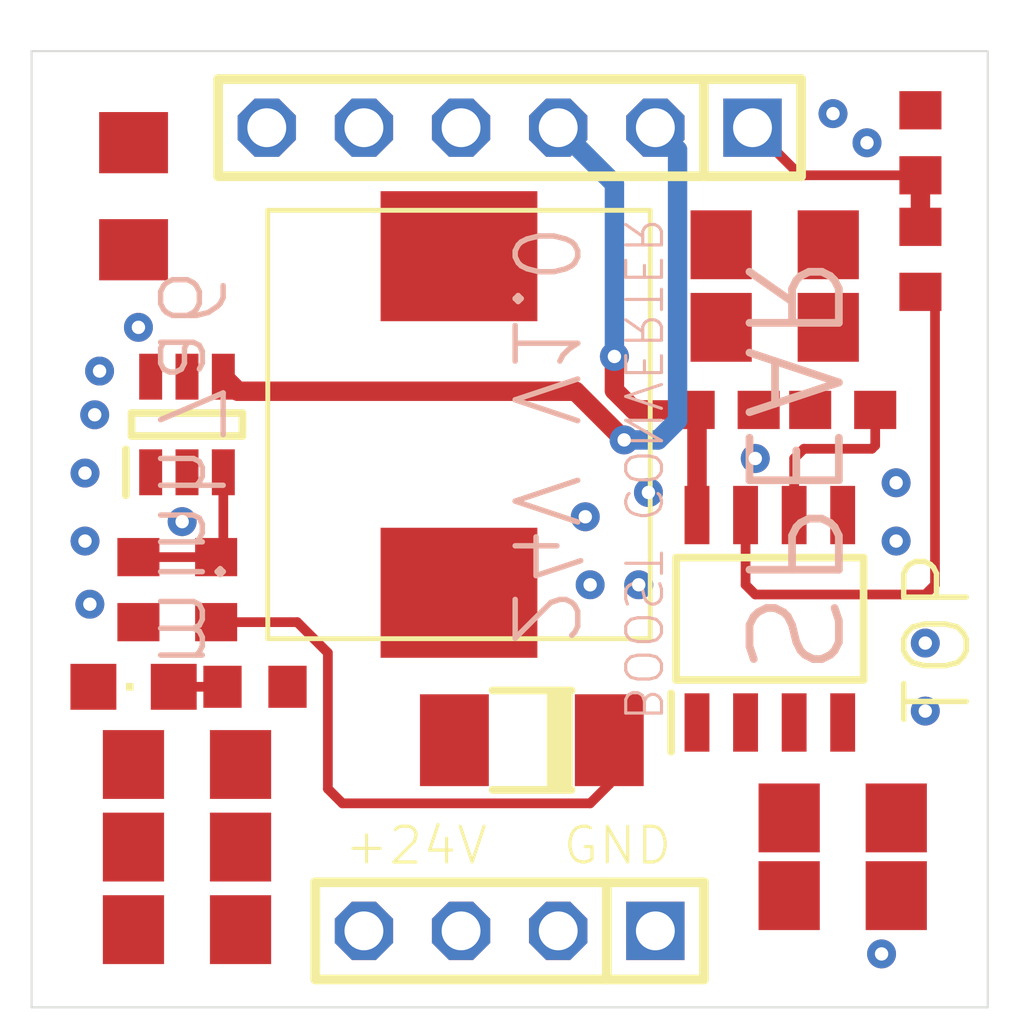
<source format=kicad_pcb>
(kicad_pcb (version 20211014) (generator pcbnew)
  (layers (0 "F.Cu" signal) (31 "B.Cu" signal) (34 "B.Paste" user) (35 "F.Paste" user) (36 "B.SilkS" user "B.Silkscreen") (37 "F.SilkS" user "F.Silkscreen") (38 "B.Mask" user) (39 "F.Mask" user) (44 "Edge.Cuts" user))
  (net 0 "")
  (net 1 "VIN")
  (net 2 "N$2")
  (net 3 "GND")
  (net 4 "N$6")
  (net 5 "SW")
  (net 6 "EN")
  (net 7 "VOUT")
  (net 8 "N$4")
  (net 9 "VIOUT")
  (net 10 "+5V")
  (net 11 "AIOUT")
  (net 12 "N$1")
  (footprint "boost module:C1206" (layer "F.Cu") (at 157.2101 112.5506)
    (fp_text reference "C4" hide)
    (fp_text value "10uF" hide)
    (pad "1" smd rect (at -1.4 0) (size 1.6 1.8) (layers "F.Cu" "F.Paste" "F.Mask") (net 5 "SW"))
    (pad "2" smd rect (at 1.4 0) (size 1.6 1.8) (layers "F.Cu" "F.Paste" "F.Mask") (net 3 "GND"))
  )
  (footprint "boost module:CHIPLED_0805" (layer "F.Cu") (at 138.6681 109.1216 90)
    (fp_text reference "LED1" hide)
    (fp_text value "")
    (fp_poly (pts (xy -0.1 0) (xy 0.1 0) (xy 0.1 -0.2) (xy -0.1 -0.2)) (layer "F.SilkS") (width 0) (fill solid))
    (pad "A" smd rect (at 0 1.05 90) (size 1.2 1.2) (layers "F.Cu" "F.Paste" "F.Mask") (net 12 "N$1"))
    (pad "C" smd rect (at 0 -1.05 90) (size 1.2 1.2) (layers "F.Cu" "F.Paste" "F.Mask") (net 3 "GND"))
  )
  (footprint "boost module:C1206" (layer "F.Cu") (at 140.0651 115.4716 180)
    (fp_text reference "C6" hide)
    (fp_text value "10uF" hide)
    (pad "1" smd rect (at -1.4 0 180) (size 1.6 1.8) (layers "F.Cu" "F.Paste" "F.Mask") (net 7 "VOUT"))
    (pad "2" smd rect (at 1.4 0 180) (size 1.6 1.8) (layers "F.Cu" "F.Paste" "F.Mask") (net 3 "GND"))
  )
  (footprint "boost module:R0603" (layer "F.Cu") (at 141.8431 109.1216)
    (fp_text reference "R5" hide)
    (fp_text value "10k" hide)
    (pad "1" smd rect (at -0.85 0) (size 1 1.1) (layers "F.Cu" "F.Paste" "F.Mask") (net 12 "N$1"))
    (pad "2" smd rect (at 0.85 0) (size 1 1.1) (layers "F.Cu" "F.Paste" "F.Mask") (net 7 "VOUT"))
  )
  (footprint "boost module:R0603" (layer "F.Cu") (at 159.2421 97.9456 90)
    (fp_text reference "R3" hide)
    (fp_text value "7.5k" hide)
    (pad "1" smd rect (at -0.85 0 90) (size 1 1.1) (layers "F.Cu" "F.Paste" "F.Mask") (net 9 "VIOUT"))
    (pad "2" smd rect (at 0.85 0 90) (size 1 1.1) (layers "F.Cu" "F.Paste" "F.Mask") (net 11 "AIOUT"))
  )
  (footprint "boost module:R0603" (layer "F.Cu") (at 159.2421 94.8976 90)
    (fp_text reference "R4" hide)
    (fp_text value "10k" hide)
    (pad "1" smd rect (at -0.85 0 90) (size 1 1.1) (layers "F.Cu" "F.Paste" "F.Mask") (net 11 "AIOUT"))
    (pad "2" smd rect (at 0.85 0 90) (size 1 1.1) (layers "F.Cu" "F.Paste" "F.Mask") (net 3 "GND"))
  )
  (footprint "boost module:22UH-1040-5A" (layer "F.Cu") (at 147.1771 102.2636 -90)
    (fp_text reference "U$1" hide)
    (fp_text value "22UH-1040-5A" hide)
    (fp_line (start 5.6 5) (end -5.6 5) (layer "F.SilkS") (width 0.127))
    (fp_line (start -5.6 5) (end -5.6 -5) (layer "F.SilkS") (width 0.127))
    (fp_line (start -5.6 -5) (end 5.6 -5) (layer "F.SilkS") (width 0.127))
    (fp_line (start 5.6 -5) (end 5.6 5) (layer "F.SilkS") (width 0.127))
    (pad "P$1" smd rect (at -4.4 0 270) (size 3.4 4.1) (layers "F.Cu" "F.Paste" "F.Mask") (net 1 "VIN"))
    (pad "P$2" smd rect (at 4.4 0 270) (size 3.4 4.1) (layers "F.Cu" "F.Paste" "F.Mask") (net 2 "N$2"))
  )
  (footprint "boost module:C0603" (layer "F.Cu") (at 157.2101 101.8826 180)
    (fp_text reference "C7" hide)
    (fp_text value "1nF" hide)
    (pad "1" smd rect (at -0.85 0 180) (size 1.1 1) (layers "F.Cu" "F.Paste" "F.Mask") (net 8 "N$4"))
    (pad "2" smd rect (at 0.85 0 180) (size 1.1 1) (layers "F.Cu" "F.Paste" "F.Mask") (net 3 "GND"))
  )
  (footprint "boost module:1X04" (layer "F.Cu") (at 148.5011 115.5036 180)
    (fp_text reference "JP3" hide)
    (fp_text value "")
    (fp_line (start 5.08 1.27) (end -5.08 1.27) (layer "F.SilkS") (width 0.254))
    (fp_line (start -5.08 -1.27) (end -2.54 -1.27) (layer "F.SilkS") (width 0.254))
    (fp_line (start 5.08 -1.27) (end 5.08 1.27) (layer "F.SilkS") (width 0.254))
    (fp_line (start -5.08 -1.27) (end -5.08 1.27) (layer "F.SilkS") (width 0.254))
    (fp_line (start -2.54 -1.27) (end 5.08 -1.27) (layer "F.SilkS") (width 0.254))
    (fp_line (start -2.54 -1.27) (end -2.54 1.27) (layer "F.SilkS") (width 0.254))
    (pad "1" thru_hole rect (at -3.81 0 270) (size 1.524 1.524) (drill 1.016) (layers *.Cu *.Mask) (net 3 "GND"))
    (pad "2" thru_hole roundrect (at -1.27 0 270) (size 1.524 1.524) (drill 1.016) (layers *.Cu *.Mask) (chamfer_ratio 0.2928932188) (chamfer top_left top_right bottom_left bottom_right) (net 3 "GND"))
    (pad "3" thru_hole roundrect (at 1.27 0 270) (size 1.524 1.524) (drill 1.016) (layers *.Cu *.Mask) (chamfer_ratio 0.2928932188) (chamfer top_left top_right bottom_left bottom_right) (net 7 "VOUT"))
    (pad "4" thru_hole roundrect (at 3.81 0 270) (size 1.524 1.524) (drill 1.016) (layers *.Cu *.Mask) (chamfer_ratio 0.2928932188) (chamfer top_left top_right bottom_left bottom_right) (net 7 "VOUT"))
  )
  (footprint "boost module:C0603" (layer "F.Cu") (at 154.1621 101.8826)
    (fp_text reference "C8" hide)
    (fp_text value "100nF" hide)
    (pad "1" smd rect (at -0.85 0) (size 1.1 1) (layers "F.Cu" "F.Paste" "F.Mask") (net 10 "+5V"))
    (pad "2" smd rect (at 0.85 0) (size 1.1 1) (layers "F.Cu" "F.Paste" "F.Mask") (net 3 "GND"))
  )
  (footprint "boost module:C1206" (layer "F.Cu") (at 155.4321 99.7236)
    (fp_text reference "C2" hide)
    (fp_text value "10uF" hide)
    (pad "1" smd rect (at -1.4 0) (size 1.6 1.8) (layers "F.Cu" "F.Paste" "F.Mask") (net 1 "VIN"))
    (pad "2" smd rect (at 1.4 0) (size 1.6 1.8) (layers "F.Cu" "F.Paste" "F.Mask") (net 3 "GND"))
  )
  (footprint "boost module:C1206" (layer "F.Cu") (at 138.6681 96.2946 90)
    (fp_text reference "C1" hide)
    (fp_text value "10uF" hide)
    (pad "1" smd rect (at -1.4 0 90) (size 1.6 1.8) (layers "F.Cu" "F.Paste" "F.Mask") (net 1 "VIN"))
    (pad "2" smd rect (at 1.4 0 90) (size 1.6 1.8) (layers "F.Cu" "F.Paste" "F.Mask") (net 3 "GND"))
  )
  (footprint "boost module:C1206" (layer "F.Cu") (at 140.0651 111.1536 180)
    (fp_text reference "C10" hide)
    (fp_text value "10uF" hide)
    (pad "1" smd rect (at -1.4 0 180) (size 1.6 1.8) (layers "F.Cu" "F.Paste" "F.Mask") (net 7 "VOUT"))
    (pad "2" smd rect (at 1.4 0 180) (size 1.6 1.8) (layers "F.Cu" "F.Paste" "F.Mask") (net 3 "GND"))
  )
  (footprint "boost module:DO-214AC" (layer "F.Cu") (at 149.0821 110.5186 180)
    (fp_text reference "D1" hide)
    (fp_text value "")
    (fp_line (start 1.025 1.3) (end -1.035 1.3) (layer "F.SilkS") (width 0.2032))
    (fp_line (start -1.035 -1.3) (end 1.025 -1.3) (layer "F.SilkS") (width 0.2032))
    (fp_poly (pts (xy -1.065 1.225) (xy -0.39 1.225) (xy -0.39 -1.225) (xy -1.065 -1.225)) (layer "F.SilkS") (width 0) (fill solid))
    (pad "A" smd rect (at 2.025 0) (size 1.8 2.4) (layers "F.Cu" "F.Paste" "F.Mask") (net 2 "N$2"))
    (pad "C" smd rect (at -2.025 0 180) (size 1.8 2.4) (layers "F.Cu" "F.Paste" "F.Mask") (net 5 "SW"))
  )
  (footprint "boost module:SOT95P280X145-6N" (layer "F.Cu") (at 140.0651 102.2636 90)
    (fp_text reference "U1" hide)
    (fp_text value "MT3608" hide)
    (fp_line (start -1.85 -1.6) (end -0.65 -1.6) (layer "F.SilkS") (width 0.2))
    (fp_line (start 0.3 1.45) (end -0.3 1.45) (layer "F.SilkS") (width 0.2))
    (fp_line (start 0.3 -1.45) (end 0.3 1.45) (layer "F.SilkS") (width 0.2))
    (fp_line (start -0.3 -1.45) (end 0.3 -1.45) (layer "F.SilkS") (width 0.2))
    (fp_line (start -0.3 1.45) (end -0.3 -1.45) (layer "F.SilkS") (width 0.2))
    (pad "1" smd rect (at -1.25 -0.95 90) (size 1.2 0.6) (layers "F.Cu" "F.Paste" "F.Mask") (net 2 "N$2"))
    (pad "2" smd rect (at -1.25 0 90) (size 1.2 0.6) (layers "F.Cu" "F.Paste" "F.Mask") (net 3 "GND"))
    (pad "3" smd rect (at -1.25 0.95 90) (size 1.2 0.6) (layers "F.Cu" "F.Paste" "F.Mask") (net 4 "N$6"))
    (pad "4" smd rect (at 1.25 0.95 90) (size 1.2 0.6) (layers "F.Cu" "F.Paste" "F.Mask") (net 6 "EN"))
    (pad "5" smd rect (at 1.25 0 90) (size 1.2 0.6) (layers "F.Cu" "F.Paste" "F.Mask") (net 1 "VIN"))
    (pad "6" smd rect (at 1.25 -0.95 90) (size 1.2 0.6) (layers "F.Cu" "F.Paste" "F.Mask"))
  )
  (footprint "boost module:C1206" (layer "F.Cu") (at 157.2101 114.5826)
    (fp_text reference "C9" hide)
    (fp_text value "10uF" hide)
    (pad "1" smd rect (at -1.4 0) (size 1.6 1.8) (layers "F.Cu" "F.Paste" "F.Mask") (net 5 "SW"))
    (pad "2" smd rect (at 1.4 0) (size 1.6 1.8) (layers "F.Cu" "F.Paste" "F.Mask") (net 3 "GND"))
  )
  (footprint "boost module:R0603" (layer "F.Cu") (at 140.8271 106.5816 -90)
    (fp_text reference "R1" hide)
    (fp_text value "390k" hide)
    (pad "1" smd rect (at -0.85 0 270) (size 1 1.1) (layers "F.Cu" "F.Paste" "F.Mask") (net 4 "N$6"))
    (pad "2" smd rect (at 0.85 0 270) (size 1 1.1) (layers "F.Cu" "F.Paste" "F.Mask") (net 5 "SW"))
  )
  (footprint "boost module:SOIC127P600X175-8N" (layer "F.Cu") (at 155.3051 107.3436 90)
    (fp_text reference "IC1" hide)
    (fp_text value "ACS712ELCTR-20A-T" hide)
    (fp_line (start -1.6 2.45) (end -1.6 -2.45) (layer "F.SilkS") (width 0.2))
    (fp_line (start -3.475 -2.58) (end -1.95 -2.58) (layer "F.SilkS") (width 0.2))
    (fp_line (start 1.6 2.45) (end -1.6 2.45) (layer "F.SilkS") (width 0.2))
    (fp_line (start 1.6 -2.45) (end 1.6 2.45) (layer "F.SilkS") (width 0.2))
    (fp_line (start -1.6 -2.45) (end 1.6 -2.45) (layer "F.SilkS") (width 0.2))
    (pad "1" smd rect (at -2.712 -1.905 90) (size 1.525 0.65) (layers "F.Cu" "F.Paste" "F.Mask") (net 7 "VOUT"))
    (pad "2" smd rect (at -2.712 -0.635 90) (size 1.525 0.65) (layers "F.Cu" "F.Paste" "F.Mask") (net 7 "VOUT"))
    (pad "3" smd rect (at -2.712 0.635 90) (size 1.525 0.65) (layers "F.Cu" "F.Paste" "F.Mask") (net 5 "SW"))
    (pad "4" smd rect (at -2.712 1.905 90) (size 1.525 0.65) (layers "F.Cu" "F.Paste" "F.Mask") (net 5 "SW"))
    (pad "5" smd rect (at 2.712 1.905 90) (size 1.525 0.65) (layers "F.Cu" "F.Paste" "F.Mask") (net 3 "GND"))
    (pad "6" smd rect (at 2.712 0.635 90) (size 1.525 0.65) (layers "F.Cu" "F.Paste" "F.Mask") (net 8 "N$4"))
    (pad "7" smd rect (at 2.712 -0.635 90) (size 1.525 0.65) (layers "F.Cu" "F.Paste" "F.Mask") (net 9 "VIOUT"))
    (pad "8" smd rect (at 2.712 -1.905 90) (size 1.525 0.65) (layers "F.Cu" "F.Paste" "F.Mask") (net 10 "+5V"))
  )
  (footprint "boost module:C1206" (layer "F.Cu") (at 155.4321 97.5646)
    (fp_text reference "C3" hide)
    (fp_text value "10uF" hide)
    (pad "1" smd rect (at -1.4 0) (size 1.6 1.8) (layers "F.Cu" "F.Paste" "F.Mask") (net 1 "VIN"))
    (pad "2" smd rect (at 1.4 0) (size 1.6 1.8) (layers "F.Cu" "F.Paste" "F.Mask") (net 3 "GND"))
  )
  (footprint "boost module:1X06" (layer "F.Cu") (at 148.5011 94.5036 180)
    (fp_text reference "JP1" hide)
    (fp_text value "")
    (fp_line (start -5.08 -1.27) (end -7.62 -1.27) (layer "F.SilkS") (width 0.254))
    (fp_line (start 7.62 -1.27) (end -5.08 -1.27) (layer "F.SilkS") (width 0.254))
    (fp_line (start -5.08 -1.27) (end -5.08 1.27) (layer "F.SilkS") (width 0.254))
    (fp_line (start 7.62 1.27) (end -7.62 1.27) (layer "F.SilkS") (width 0.254))
    (fp_line (start 7.62 -1.27) (end 7.62 1.27) (layer "F.SilkS") (width 0.254))
    (fp_line (start -7.62 -1.27) (end -7.62 1.27) (layer "F.SilkS") (width 0.254))
    (pad "1" thru_hole rect (at -6.35 0 270) (size 1.524 1.524) (drill 1.016) (layers *.Cu *.Mask) (net 11 "AIOUT"))
    (pad "2" thru_hole roundrect (at -3.81 0 270) (size 1.524 1.524) (drill 1.016) (layers *.Cu *.Mask) (chamfer_ratio 0.2928932188) (chamfer top_left top_right bottom_left bottom_right) (net 6 "EN"))
    (pad "3" thru_hole roundrect (at -1.27 0 270) (size 1.524 1.524) (drill 1.016) (layers *.Cu *.Mask) (chamfer_ratio 0.2928932188) (chamfer top_left top_right bottom_left bottom_right) (net 10 "+5V"))
    (pad "4" thru_hole roundrect (at 1.27 0 270) (size 1.524 1.524) (drill 1.016) (layers *.Cu *.Mask) (chamfer_ratio 0.2928932188) (chamfer top_left top_right bottom_left bottom_right) (net 3 "GND"))
    (pad "5" thru_hole roundrect (at 3.81 0 270) (size 1.524 1.524) (drill 1.016) (layers *.Cu *.Mask) (chamfer_ratio 0.2928932188) (chamfer top_left top_right bottom_left bottom_right) (net 1 "VIN"))
    (pad "6" thru_hole roundrect (at 6.35 0 270) (size 1.524 1.524) (drill 1.016) (layers *.Cu *.Mask) (chamfer_ratio 0.2928932188) (chamfer top_left top_right bottom_left bottom_right) (net 1 "VIN"))
  )
  (footprint "boost module:R0603" (layer "F.Cu") (at 138.7951 106.5816 90)
    (fp_text reference "R2" hide)
    (fp_text value "10k" hide)
    (pad "1" smd rect (at -0.85 0 90) (size 1 1.1) (layers "F.Cu" "F.Paste" "F.Mask") (net 3 "GND"))
    (pad "2" smd rect (at 0.85 0 90) (size 1 1.1) (layers "F.Cu" "F.Paste" "F.Mask") (net 4 "N$6"))
  )
  (footprint "boost module:C1206" (layer "F.Cu") (at 140.0651 113.3126 180)
    (fp_text reference "C5" hide)
    (fp_text value "10uF" hide)
    (pad "1" smd rect (at -1.4 0 180) (size 1.6 1.8) (layers "F.Cu" "F.Paste" "F.Mask") (net 7 "VOUT"))
    (pad "2" smd rect (at 1.4 0 180) (size 1.6 1.8) (layers "F.Cu" "F.Paste" "F.Mask") (net 3 "GND"))
  )
  (gr_line (start 136.0011 92.5036) (end 136.0011 117.5036) (layer "Edge.Cuts") (width 0.05))
  (gr_line (start 136.0011 117.5036) (end 161.0011 117.5036) (layer "Edge.Cuts") (width 0.05))
  (gr_line (start 161.0011 92.5036) (end 136.0011 92.5036) (layer "Edge.Cuts") (width 0.05))
  (gr_line (start 161.0011 117.5036) (end 161.0011 92.5036) (layer "Edge.Cuts") (width 0.05))
  (gr_text "24V V1.0" (at 150.3521 96.9296 -90) (layer "B.SilkS") (effects (font (size 1.63576 1.63576) (thickness 0.14224)) (justify right top mirror)))
  (gr_text "minh7a6" (at 141.0811 98.0726 -90) (layer "B.SilkS") (effects (font (size 1.63576 1.63576) (thickness 0.14224)) (justify right top mirror)))
  (gr_text "BOOST CONVERTER" (at 152.5111 96.8026 -90) (layer "B.SilkS") (effects (font (size 0.93472 0.93472) (thickness 0.08128)) (justify right top mirror)))
  (gr_text "SPEAR" (at 157.2101 97.6916 -90) (layer "B.SilkS") (effects (font (size 2.3368 2.3368) (thickness 0.2032)) (justify right top mirror)))
  (gr_text "+24V" (at 144.1291 113.8206) (layer "F.SilkS") (effects (font (size 0.93472 0.93472) (thickness 0.08128)) (justify left bottom)))
  (gr_text "GND" (at 149.8441 113.8206) (layer "F.SilkS") (effects (font (size 0.93472 0.93472) (thickness 0.08128)) (justify left bottom)))
  (gr_text "TOP" (at 158.7341 105.4386 90) (layer "F.SilkS") (effects (font (size 1.63576 1.63576) (thickness 0.14224)) (justify right top)))
  (via (at 137.5251 106.9626) (size 0.7564) (drill 0.35) (layers "F.Cu" "B.Cu") (net 3))
  (via (at 158.2261 116.1066) (size 0.7564) (drill 0.35) (layers "F.Cu" "B.Cu") (net 3))
  (via (at 137.6521 102.0096) (size 0.7564) (drill 0.35) (layers "F.Cu" "B.Cu") (net 3))
  (via (at 138.7951 99.7236) (size 0.7564) (drill 0.35) (layers "F.Cu" "B.Cu") (net 3))
  (via (at 137.3981 103.5336) (size 0.7564) (drill 0.35) (layers "F.Cu" "B.Cu") (net 3))
  (via (at 159.3691 107.9786) (size 0.7564) (drill 0.35) (layers "F.Cu" "B.Cu") (net 3))
  (via (at 150.6061 106.4546) (size 0.7564) (drill 0.35) (layers "F.Cu" "B.Cu") (net 3))
  (via (at 158.6071 105.3116) (size 0.7564) (drill 0.35) (layers "F.Cu" "B.Cu") (net 3))
  (via (at 159.3691 109.7566) (size 0.7564) (drill 0.35) (layers "F.Cu" "B.Cu") (net 3))
  (via (at 156.9561 94.1356) (size 0.7564) (drill 0.35) (layers "F.Cu" "B.Cu") (net 3))
  (via (at 151.8761 106.4546) (size 0.7564) (drill 0.35) (layers "F.Cu" "B.Cu") (net 3))
  (via (at 139.9381 104.8036) (size 0.7564) (drill 0.35) (layers "F.Cu" "B.Cu") (net 3))
  (via (at 157.8451 94.8976) (size 0.7564) (drill 0.35) (layers "F.Cu" "B.Cu") (net 3))
  (via (at 137.3981 105.3116) (size 0.7564) (drill 0.35) (layers "F.Cu" "B.Cu") (net 3))
  (via (at 154.9241 103.1526) (size 0.7564) (drill 0.35) (layers "F.Cu" "B.Cu") (net 3))
  (via (at 158.6071 103.7876) (size 0.7564) (drill 0.35) (layers "F.Cu" "B.Cu") (net 3))
  (via (at 137.7791 100.8666) (size 0.7564) (drill 0.35) (layers "F.Cu" "B.Cu") (net 3))
  (via (at 152.1301 104.0416) (size 0.7564) (drill 0.35) (layers "F.Cu" "B.Cu") (net 3))
  (via (at 150.4791 104.6766) (size 0.7564) (drill 0.35) (layers "F.Cu" "B.Cu") (net 3))
  (segment (start 138.7951 105.7316) (end 140.8271 105.7316) (width 0.254) (layer "F.Cu") (net 4))
  (segment (start 141.0151 103.5136) (end 141.0151 105.5436) (width 0.254) (layer "F.Cu") (net 4))
  (segment (start 141.0151 105.5436) (end 140.8271 105.7316) (width 0.254) (layer "F.Cu") (net 4))
  (segment (start 144.1291 112.1696) (end 150.6061 112.1696) (width 0.254) (layer "F.Cu") (net 5))
  (segment (start 150.6061 112.1696) (end 151.1071 111.6686) (width 0.254) (layer "F.Cu") (net 5))
  (segment (start 143.7481 111.7886) (end 144.1291 112.1696) (width 0.254) (layer "F.Cu") (net 5))
  (segment (start 142.9471 107.4316) (end 143.7481 108.2326) (width 0.254) (layer "F.Cu") (net 5))
  (segment (start 143.7481 108.2326) (end 143.7481 111.7886) (width 0.254) (layer "F.Cu") (net 5))
  (segment (start 151.1071 111.6686) (end 151.1071 110.5186) (width 0.254) (layer "F.Cu") (net 5))
  (segment (start 140.8271 107.4316) (end 142.9471 107.4316) (width 0.254) (layer "F.Cu") (net 5))
  (segment (start 150.2225 101.3946) (end 151.4951 102.6672) (width 0.508) (layer "F.Cu") (net 6))
  (segment (start 141.0151 101.0136) (end 141.3961 101.3946) (width 0.508) (layer "F.Cu") (net 6))
  (segment (start 150.2225 101.3946) (end 141.3961 101.3946) (width 0.508) (layer "F.Cu") (net 6))
  (via (at 151.4951 102.6672) (size 0.7564) (drill 0.35) (layers "F.Cu" "B.Cu") (net 6))
  (segment (start 152.8921 102.1592) (end 152.3841 102.6672) (width 0.508) (layer "B.Cu") (net 6))
  (segment (start 152.8921 95.0846) (end 152.3111 94.5036) (width 0.508) (layer "B.Cu") (net 6))
  (segment (start 152.8921 102.1592) (end 152.8921 95.0846) (width 0.508) (layer "B.Cu") (net 6))
  (segment (start 151.4951 102.6672) (end 152.3841 102.6672) (width 0.508) (layer "B.Cu") (net 6))
  (segment (start 158.0601 102.8106) (end 158.0601 101.8826) (width 0.254) (layer "F.Cu") (net 8))
  (segment (start 155.9401 104.6316) (end 155.9401 103.1526) (width 0.254) (layer "F.Cu") (net 8))
  (segment (start 155.9401 103.1526) (end 156.1941 102.8986) (width 0.254) (layer "F.Cu") (net 8))
  (segment (start 156.1941 102.8986) (end 157.9721 102.8986) (width 0.254) (layer "F.Cu") (net 8))
  (segment (start 157.9721 102.8986) (end 158.0601 102.8106) (width 0.254) (layer "F.Cu") (net 8))
  (segment (start 154.9241 106.7086) (end 159.3691 106.7086) (width 0.254) (layer "F.Cu") (net 9))
  (segment (start 159.6231 99.1766) (end 159.2421 98.7956) (width 0.254) (layer "F.Cu") (net 9))
  (segment (start 159.6231 106.4546) (end 159.6231 99.1766) (width 0.254) (layer "F.Cu") (net 9))
  (segment (start 154.6701 104.6316) (end 154.6701 106.4546) (width 0.254) (layer "F.Cu") (net 9))
  (segment (start 154.6701 106.4546) (end 154.9241 106.7086) (width 0.254) (layer "F.Cu") (net 9))
  (segment (start 159.3691 106.7086) (end 159.6231 106.4546) (width 0.254) (layer "F.Cu") (net 9))
  (segment (start 151.2411 101.3746) (end 151.2411 100.4856) (width 0.508) (layer "F.Cu") (net 10))
  (segment (start 151.7491 101.8826) (end 151.2411 101.3746) (width 0.508) (layer "F.Cu") (net 10))
  (segment (start 153.4001 101.9706) (end 153.3121 101.8826) (width 0.508) (layer "F.Cu") (net 10))
  (segment (start 153.4001 104.6316) (end 153.4001 101.9706) (width 0.508) (layer "F.Cu") (net 10))
  (segment (start 153.3121 101.8826) (end 151.7491 101.8826) (width 0.508) (layer "F.Cu") (net 10))
  (via (at 151.2411 100.4856) (size 0.7564) (drill 0.35) (layers "F.Cu" "B.Cu") (net 10))
  (segment (start 151.2411 95.9736) (end 149.7711 94.5036) (width 0.508) (layer "B.Cu") (net 10))
  (segment (start 151.2411 100.4856) (end 151.2411 95.9736) (width 0.508) (layer "B.Cu") (net 10))
  (segment (start 156.0951 95.7476) (end 154.8511 94.5036) (width 0.254) (layer "F.Cu") (net 11))
  (segment (start 159.2421 97.0956) (end 159.2421 95.7476) (width 0.508) (layer "F.Cu") (net 11))
  (segment (start 159.2421 95.7476) (end 156.0951 95.7476) (width 0.254) (layer "F.Cu") (net 11))
  (segment (start 139.7181 109.1216) (end 140.9931 109.1216) (width 0.254) (layer "F.Cu") (net 12))
)
</source>
